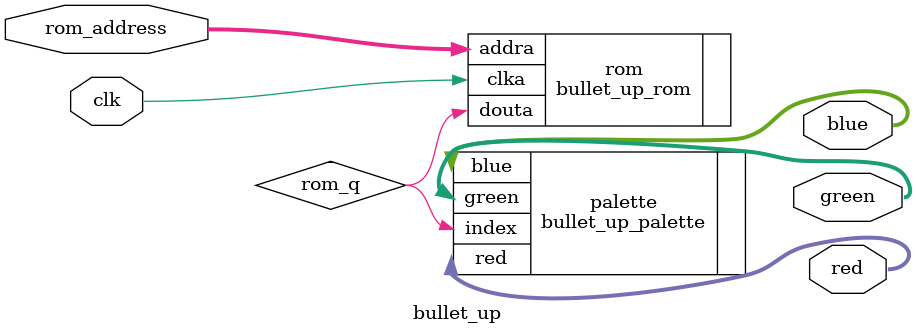
<source format=sv>
module bullet_up (
    input  logic        clk,
    input  logic [5:0]  rom_address,
    output logic [3:0]  red, green, blue
);

    logic [0:0] rom_q;

    bullet_up_rom rom (
        .clka(clk),
        .addra(rom_address),
        .douta(rom_q)
    );

    bullet_up_palette palette (
        .index(rom_q),
        .red(red),
        .green(green),
        .blue(blue)
    );

endmodule

</source>
